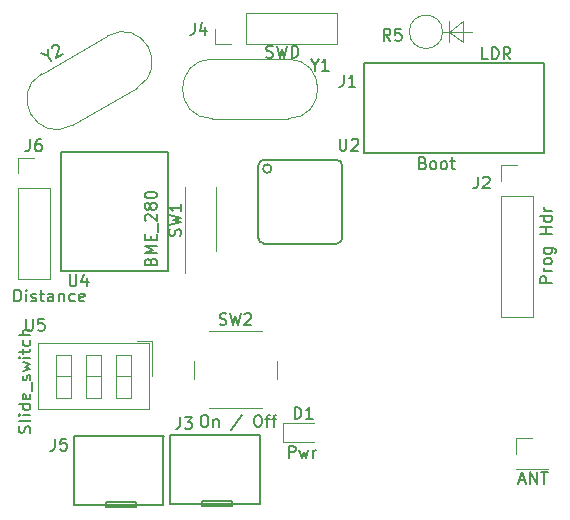
<source format=gto>
G04 #@! TF.GenerationSoftware,KiCad,Pcbnew,5.1.6-c6e7f7d~87~ubuntu18.04.1*
G04 #@! TF.CreationDate,2020-07-19T23:01:31+05:30*
G04 #@! TF.ProjectId,Sensor_pcb_v1,53656e73-6f72-45f7-9063-625f76312e6b,rev?*
G04 #@! TF.SameCoordinates,Original*
G04 #@! TF.FileFunction,Legend,Top*
G04 #@! TF.FilePolarity,Positive*
%FSLAX46Y46*%
G04 Gerber Fmt 4.6, Leading zero omitted, Abs format (unit mm)*
G04 Created by KiCad (PCBNEW 5.1.6-c6e7f7d~87~ubuntu18.04.1) date 2020-07-19 23:01:31*
%MOMM*%
%LPD*%
G01*
G04 APERTURE LIST*
%ADD10C,0.120000*%
%ADD11C,0.150000*%
G04 APERTURE END LIST*
D10*
X65720000Y-57750000D02*
X68380000Y-57750000D01*
X65720000Y-57690000D02*
X65720000Y-57750000D01*
X68380000Y-57690000D02*
X68380000Y-57750000D01*
X65720000Y-57690000D02*
X68380000Y-57690000D01*
X65720000Y-56420000D02*
X65720000Y-55090000D01*
X65720000Y-55090000D02*
X67050000Y-55090000D01*
X23530000Y-41650000D02*
X26190000Y-41650000D01*
X23530000Y-33970000D02*
X23530000Y-41650000D01*
X26190000Y-33970000D02*
X26190000Y-41650000D01*
X23530000Y-33970000D02*
X26190000Y-33970000D01*
X23530000Y-32700000D02*
X23530000Y-31370000D01*
X23530000Y-31370000D02*
X24860000Y-31370000D01*
D11*
X30940000Y-60540000D02*
X30930000Y-60540000D01*
X30940000Y-60920000D02*
X30940000Y-60540000D01*
X33490000Y-60920000D02*
X30940000Y-60920000D01*
X33490000Y-60520000D02*
X33490000Y-60920000D01*
X30960000Y-60520000D02*
X33490000Y-60520000D01*
X28830000Y-60740000D02*
X28330000Y-60740000D01*
X35830000Y-60740000D02*
X28830000Y-60740000D01*
X28330000Y-60740000D02*
X28240000Y-60740000D01*
X35830000Y-60740000D02*
X35830000Y-55740000D01*
X35830000Y-55740000D02*
X35830000Y-54940000D01*
X35830000Y-54940000D02*
X35830000Y-54930000D01*
X28250000Y-60700000D02*
X28250000Y-60710000D01*
X28250000Y-59900000D02*
X28250000Y-60700000D01*
X28250000Y-54900000D02*
X28250000Y-59900000D01*
X35750000Y-54900000D02*
X35840000Y-54900000D01*
X35250000Y-54900000D02*
X35750000Y-54900000D01*
X28250000Y-54900000D02*
X35250000Y-54900000D01*
X39110000Y-60480000D02*
X39100000Y-60480000D01*
X39110000Y-60860000D02*
X39110000Y-60480000D01*
X41660000Y-60860000D02*
X39110000Y-60860000D01*
X41660000Y-60460000D02*
X41660000Y-60860000D01*
X39130000Y-60460000D02*
X41660000Y-60460000D01*
X37000000Y-60680000D02*
X36500000Y-60680000D01*
X44000000Y-60680000D02*
X37000000Y-60680000D01*
X36500000Y-60680000D02*
X36410000Y-60680000D01*
X44000000Y-60680000D02*
X44000000Y-55680000D01*
X44000000Y-55680000D02*
X44000000Y-54880000D01*
X44000000Y-54880000D02*
X44000000Y-54870000D01*
X36420000Y-60640000D02*
X36420000Y-60650000D01*
X36420000Y-59840000D02*
X36420000Y-60640000D01*
X36420000Y-54840000D02*
X36420000Y-59840000D01*
X43920000Y-54840000D02*
X44010000Y-54840000D01*
X43420000Y-54840000D02*
X43920000Y-54840000D01*
X36420000Y-54840000D02*
X43420000Y-54840000D01*
D10*
X45430000Y-50070000D02*
X45430000Y-48570000D01*
X44180000Y-46070000D02*
X39680000Y-46070000D01*
X38430000Y-48570000D02*
X38430000Y-50070000D01*
X39680000Y-52570000D02*
X44180000Y-52570000D01*
X28015000Y-49870000D02*
X26745000Y-49870000D01*
X28015000Y-51680000D02*
X28015000Y-48060000D01*
X26745000Y-51680000D02*
X28015000Y-51680000D01*
X26745000Y-48060000D02*
X26745000Y-51680000D01*
X28015000Y-48060000D02*
X26745000Y-48060000D01*
X30555000Y-49870000D02*
X29285000Y-49870000D01*
X30555000Y-51680000D02*
X30555000Y-48060000D01*
X29285000Y-51680000D02*
X30555000Y-51680000D01*
X29285000Y-48060000D02*
X29285000Y-51680000D01*
X30555000Y-48060000D02*
X29285000Y-48060000D01*
X33095000Y-49870000D02*
X31825000Y-49870000D01*
X33095000Y-51680000D02*
X33095000Y-48060000D01*
X31825000Y-51680000D02*
X33095000Y-51680000D01*
X31825000Y-48060000D02*
X31825000Y-51680000D01*
X33095000Y-48060000D02*
X31825000Y-48060000D01*
X25210000Y-47100000D02*
X34630000Y-47100000D01*
X25210000Y-52640000D02*
X25210000Y-47100000D01*
X34630000Y-52640000D02*
X25210000Y-52640000D01*
X34630000Y-47100000D02*
X34630000Y-52640000D01*
X34830000Y-46900000D02*
X34830000Y-49840000D01*
X34830000Y-46900000D02*
X33560000Y-46900000D01*
X45940000Y-53830000D02*
X45940000Y-55430000D01*
X45940000Y-55430000D02*
X48540000Y-55430000D01*
X45940000Y-53830000D02*
X48540000Y-53830000D01*
D11*
X68030000Y-23350000D02*
X52790000Y-23350000D01*
X52790000Y-23350000D02*
X52790000Y-30970000D01*
X52790000Y-30970000D02*
X68030000Y-30970000D01*
X68030000Y-30970000D02*
X68030000Y-23350000D01*
D10*
X64430000Y-32010000D02*
X65760000Y-32010000D01*
X64430000Y-33340000D02*
X64430000Y-32010000D01*
X64430000Y-34610000D02*
X67090000Y-34610000D01*
X67090000Y-34610000D02*
X67090000Y-44830000D01*
X64430000Y-34610000D02*
X64430000Y-44830000D01*
X64430000Y-44830000D02*
X67090000Y-44830000D01*
X40220000Y-21780000D02*
X40220000Y-20450000D01*
X41550000Y-21780000D02*
X40220000Y-21780000D01*
X42820000Y-21780000D02*
X42820000Y-19120000D01*
X42820000Y-19120000D02*
X50500000Y-19120000D01*
X42820000Y-21780000D02*
X50500000Y-21780000D01*
X50500000Y-21780000D02*
X50500000Y-19120000D01*
X59470000Y-20710000D02*
G75*
G03*
X59470000Y-20710000I-1410000J0D01*
G01*
X61192667Y-21599000D02*
X60007333Y-20710000D01*
X61192667Y-19821000D02*
X61192667Y-21599000D01*
X60007333Y-20710000D02*
X61192667Y-19821000D01*
X60007333Y-19821000D02*
X60007333Y-21599000D01*
X59470000Y-20710000D02*
X61940000Y-20710000D01*
X37630000Y-41170000D02*
X37630000Y-33860000D01*
X40290000Y-39260000D02*
X40290000Y-33860000D01*
D11*
X44983210Y-32294000D02*
G75*
G03*
X44983210Y-32294000I-359210J0D01*
G01*
X50466000Y-31532000D02*
X44370000Y-31532000D01*
X50974000Y-38136000D02*
X50974000Y-32040000D01*
X44370000Y-38644000D02*
X50466000Y-38644000D01*
X43862000Y-32040000D02*
X43862000Y-38136000D01*
X50466000Y-38644000D02*
G75*
G03*
X50974000Y-38136000I0J508000D01*
G01*
X43862000Y-38136000D02*
G75*
G03*
X44370000Y-38644000I508000J0D01*
G01*
X50974000Y-32040000D02*
G75*
G03*
X50466000Y-31532000I-508000J0D01*
G01*
X44370000Y-31532000D02*
G75*
G03*
X43862000Y-32040000I0J-508000D01*
G01*
X35180000Y-30920000D02*
X27180000Y-30920000D01*
X27180000Y-30920000D02*
X27180000Y-40920000D01*
X27180000Y-40920000D02*
X35180000Y-40920000D01*
X35180000Y-40920000D02*
X36180000Y-40920000D01*
X36180000Y-40920000D02*
X36180000Y-30920000D01*
X36180000Y-30920000D02*
X35180000Y-30920000D01*
D10*
X46370000Y-23015000D02*
X39970000Y-23015000D01*
X46370000Y-28065000D02*
X39970000Y-28065000D01*
X39970000Y-23015000D02*
G75*
G03*
X39970000Y-28065000I0J-2525000D01*
G01*
X46370000Y-23015000D02*
G75*
G02*
X46370000Y-28065000I0J-2525000D01*
G01*
X25539321Y-24253286D02*
X31081883Y-21053286D01*
X28064321Y-28626714D02*
X33606883Y-25426714D01*
X28064321Y-28626714D02*
G75*
G02*
X25539321Y-24253286I-1262500J2186714D01*
G01*
X33606883Y-25426714D02*
G75*
G03*
X31081883Y-21053286I-1262500J2186714D01*
G01*
D11*
X65977142Y-58676666D02*
X66453333Y-58676666D01*
X65881904Y-58962380D02*
X66215238Y-57962380D01*
X66548571Y-58962380D01*
X66881904Y-58962380D02*
X66881904Y-57962380D01*
X67453333Y-58962380D01*
X67453333Y-57962380D01*
X67786666Y-57962380D02*
X68358095Y-57962380D01*
X68072380Y-58962380D02*
X68072380Y-57962380D01*
X24526666Y-29822380D02*
X24526666Y-30536666D01*
X24479047Y-30679523D01*
X24383809Y-30774761D01*
X24240952Y-30822380D01*
X24145714Y-30822380D01*
X25431428Y-29822380D02*
X25240952Y-29822380D01*
X25145714Y-29870000D01*
X25098095Y-29917619D01*
X25002857Y-30060476D01*
X24955238Y-30250952D01*
X24955238Y-30631904D01*
X25002857Y-30727142D01*
X25050476Y-30774761D01*
X25145714Y-30822380D01*
X25336190Y-30822380D01*
X25431428Y-30774761D01*
X25479047Y-30727142D01*
X25526666Y-30631904D01*
X25526666Y-30393809D01*
X25479047Y-30298571D01*
X25431428Y-30250952D01*
X25336190Y-30203333D01*
X25145714Y-30203333D01*
X25050476Y-30250952D01*
X25002857Y-30298571D01*
X24955238Y-30393809D01*
X23217619Y-43542380D02*
X23217619Y-42542380D01*
X23455714Y-42542380D01*
X23598571Y-42590000D01*
X23693809Y-42685238D01*
X23741428Y-42780476D01*
X23789047Y-42970952D01*
X23789047Y-43113809D01*
X23741428Y-43304285D01*
X23693809Y-43399523D01*
X23598571Y-43494761D01*
X23455714Y-43542380D01*
X23217619Y-43542380D01*
X24217619Y-43542380D02*
X24217619Y-42875714D01*
X24217619Y-42542380D02*
X24170000Y-42590000D01*
X24217619Y-42637619D01*
X24265238Y-42590000D01*
X24217619Y-42542380D01*
X24217619Y-42637619D01*
X24646190Y-43494761D02*
X24741428Y-43542380D01*
X24931904Y-43542380D01*
X25027142Y-43494761D01*
X25074761Y-43399523D01*
X25074761Y-43351904D01*
X25027142Y-43256666D01*
X24931904Y-43209047D01*
X24789047Y-43209047D01*
X24693809Y-43161428D01*
X24646190Y-43066190D01*
X24646190Y-43018571D01*
X24693809Y-42923333D01*
X24789047Y-42875714D01*
X24931904Y-42875714D01*
X25027142Y-42923333D01*
X25360476Y-42875714D02*
X25741428Y-42875714D01*
X25503333Y-42542380D02*
X25503333Y-43399523D01*
X25550952Y-43494761D01*
X25646190Y-43542380D01*
X25741428Y-43542380D01*
X26503333Y-43542380D02*
X26503333Y-43018571D01*
X26455714Y-42923333D01*
X26360476Y-42875714D01*
X26170000Y-42875714D01*
X26074761Y-42923333D01*
X26503333Y-43494761D02*
X26408095Y-43542380D01*
X26170000Y-43542380D01*
X26074761Y-43494761D01*
X26027142Y-43399523D01*
X26027142Y-43304285D01*
X26074761Y-43209047D01*
X26170000Y-43161428D01*
X26408095Y-43161428D01*
X26503333Y-43113809D01*
X26979523Y-42875714D02*
X26979523Y-43542380D01*
X26979523Y-42970952D02*
X27027142Y-42923333D01*
X27122380Y-42875714D01*
X27265238Y-42875714D01*
X27360476Y-42923333D01*
X27408095Y-43018571D01*
X27408095Y-43542380D01*
X28312857Y-43494761D02*
X28217619Y-43542380D01*
X28027142Y-43542380D01*
X27931904Y-43494761D01*
X27884285Y-43447142D01*
X27836666Y-43351904D01*
X27836666Y-43066190D01*
X27884285Y-42970952D01*
X27931904Y-42923333D01*
X28027142Y-42875714D01*
X28217619Y-42875714D01*
X28312857Y-42923333D01*
X29122380Y-43494761D02*
X29027142Y-43542380D01*
X28836666Y-43542380D01*
X28741428Y-43494761D01*
X28693809Y-43399523D01*
X28693809Y-43018571D01*
X28741428Y-42923333D01*
X28836666Y-42875714D01*
X29027142Y-42875714D01*
X29122380Y-42923333D01*
X29170000Y-43018571D01*
X29170000Y-43113809D01*
X28693809Y-43209047D01*
X26646666Y-55162380D02*
X26646666Y-55876666D01*
X26599047Y-56019523D01*
X26503809Y-56114761D01*
X26360952Y-56162380D01*
X26265714Y-56162380D01*
X27599047Y-55162380D02*
X27122857Y-55162380D01*
X27075238Y-55638571D01*
X27122857Y-55590952D01*
X27218095Y-55543333D01*
X27456190Y-55543333D01*
X27551428Y-55590952D01*
X27599047Y-55638571D01*
X27646666Y-55733809D01*
X27646666Y-55971904D01*
X27599047Y-56067142D01*
X27551428Y-56114761D01*
X27456190Y-56162380D01*
X27218095Y-56162380D01*
X27122857Y-56114761D01*
X27075238Y-56067142D01*
X37236666Y-53342380D02*
X37236666Y-54056666D01*
X37189047Y-54199523D01*
X37093809Y-54294761D01*
X36950952Y-54342380D01*
X36855714Y-54342380D01*
X37617619Y-53342380D02*
X38236666Y-53342380D01*
X37903333Y-53723333D01*
X38046190Y-53723333D01*
X38141428Y-53770952D01*
X38189047Y-53818571D01*
X38236666Y-53913809D01*
X38236666Y-54151904D01*
X38189047Y-54247142D01*
X38141428Y-54294761D01*
X38046190Y-54342380D01*
X37760476Y-54342380D01*
X37665238Y-54294761D01*
X37617619Y-54247142D01*
X40596666Y-45474761D02*
X40739523Y-45522380D01*
X40977619Y-45522380D01*
X41072857Y-45474761D01*
X41120476Y-45427142D01*
X41168095Y-45331904D01*
X41168095Y-45236666D01*
X41120476Y-45141428D01*
X41072857Y-45093809D01*
X40977619Y-45046190D01*
X40787142Y-44998571D01*
X40691904Y-44950952D01*
X40644285Y-44903333D01*
X40596666Y-44808095D01*
X40596666Y-44712857D01*
X40644285Y-44617619D01*
X40691904Y-44570000D01*
X40787142Y-44522380D01*
X41025238Y-44522380D01*
X41168095Y-44570000D01*
X41501428Y-44522380D02*
X41739523Y-45522380D01*
X41930000Y-44808095D01*
X42120476Y-45522380D01*
X42358571Y-44522380D01*
X42691904Y-44617619D02*
X42739523Y-44570000D01*
X42834761Y-44522380D01*
X43072857Y-44522380D01*
X43168095Y-44570000D01*
X43215714Y-44617619D01*
X43263333Y-44712857D01*
X43263333Y-44808095D01*
X43215714Y-44950952D01*
X42644285Y-45522380D01*
X43263333Y-45522380D01*
X39211428Y-53172380D02*
X39401904Y-53172380D01*
X39497142Y-53220000D01*
X39592380Y-53315238D01*
X39640000Y-53505714D01*
X39640000Y-53839047D01*
X39592380Y-54029523D01*
X39497142Y-54124761D01*
X39401904Y-54172380D01*
X39211428Y-54172380D01*
X39116190Y-54124761D01*
X39020952Y-54029523D01*
X38973333Y-53839047D01*
X38973333Y-53505714D01*
X39020952Y-53315238D01*
X39116190Y-53220000D01*
X39211428Y-53172380D01*
X40068571Y-53505714D02*
X40068571Y-54172380D01*
X40068571Y-53600952D02*
X40116190Y-53553333D01*
X40211428Y-53505714D01*
X40354285Y-53505714D01*
X40449523Y-53553333D01*
X40497142Y-53648571D01*
X40497142Y-54172380D01*
X42449523Y-53124761D02*
X41592380Y-54410476D01*
X43735238Y-53172380D02*
X43925714Y-53172380D01*
X44020952Y-53220000D01*
X44116190Y-53315238D01*
X44163809Y-53505714D01*
X44163809Y-53839047D01*
X44116190Y-54029523D01*
X44020952Y-54124761D01*
X43925714Y-54172380D01*
X43735238Y-54172380D01*
X43640000Y-54124761D01*
X43544761Y-54029523D01*
X43497142Y-53839047D01*
X43497142Y-53505714D01*
X43544761Y-53315238D01*
X43640000Y-53220000D01*
X43735238Y-53172380D01*
X44449523Y-53505714D02*
X44830476Y-53505714D01*
X44592380Y-54172380D02*
X44592380Y-53315238D01*
X44640000Y-53220000D01*
X44735238Y-53172380D01*
X44830476Y-53172380D01*
X45020952Y-53505714D02*
X45401904Y-53505714D01*
X45163809Y-54172380D02*
X45163809Y-53315238D01*
X45211428Y-53220000D01*
X45306666Y-53172380D01*
X45401904Y-53172380D01*
X24198095Y-45012380D02*
X24198095Y-45821904D01*
X24245714Y-45917142D01*
X24293333Y-45964761D01*
X24388571Y-46012380D01*
X24579047Y-46012380D01*
X24674285Y-45964761D01*
X24721904Y-45917142D01*
X24769523Y-45821904D01*
X24769523Y-45012380D01*
X25721904Y-45012380D02*
X25245714Y-45012380D01*
X25198095Y-45488571D01*
X25245714Y-45440952D01*
X25340952Y-45393333D01*
X25579047Y-45393333D01*
X25674285Y-45440952D01*
X25721904Y-45488571D01*
X25769523Y-45583809D01*
X25769523Y-45821904D01*
X25721904Y-45917142D01*
X25674285Y-45964761D01*
X25579047Y-46012380D01*
X25340952Y-46012380D01*
X25245714Y-45964761D01*
X25198095Y-45917142D01*
X24524761Y-54680952D02*
X24572380Y-54538095D01*
X24572380Y-54300000D01*
X24524761Y-54204761D01*
X24477142Y-54157142D01*
X24381904Y-54109523D01*
X24286666Y-54109523D01*
X24191428Y-54157142D01*
X24143809Y-54204761D01*
X24096190Y-54300000D01*
X24048571Y-54490476D01*
X24000952Y-54585714D01*
X23953333Y-54633333D01*
X23858095Y-54680952D01*
X23762857Y-54680952D01*
X23667619Y-54633333D01*
X23620000Y-54585714D01*
X23572380Y-54490476D01*
X23572380Y-54252380D01*
X23620000Y-54109523D01*
X24572380Y-53538095D02*
X24524761Y-53633333D01*
X24429523Y-53680952D01*
X23572380Y-53680952D01*
X24572380Y-53157142D02*
X23905714Y-53157142D01*
X23572380Y-53157142D02*
X23620000Y-53204761D01*
X23667619Y-53157142D01*
X23620000Y-53109523D01*
X23572380Y-53157142D01*
X23667619Y-53157142D01*
X24572380Y-52252380D02*
X23572380Y-52252380D01*
X24524761Y-52252380D02*
X24572380Y-52347619D01*
X24572380Y-52538095D01*
X24524761Y-52633333D01*
X24477142Y-52680952D01*
X24381904Y-52728571D01*
X24096190Y-52728571D01*
X24000952Y-52680952D01*
X23953333Y-52633333D01*
X23905714Y-52538095D01*
X23905714Y-52347619D01*
X23953333Y-52252380D01*
X24524761Y-51395238D02*
X24572380Y-51490476D01*
X24572380Y-51680952D01*
X24524761Y-51776190D01*
X24429523Y-51823809D01*
X24048571Y-51823809D01*
X23953333Y-51776190D01*
X23905714Y-51680952D01*
X23905714Y-51490476D01*
X23953333Y-51395238D01*
X24048571Y-51347619D01*
X24143809Y-51347619D01*
X24239047Y-51823809D01*
X24667619Y-51157142D02*
X24667619Y-50395238D01*
X24524761Y-50204761D02*
X24572380Y-50109523D01*
X24572380Y-49919047D01*
X24524761Y-49823809D01*
X24429523Y-49776190D01*
X24381904Y-49776190D01*
X24286666Y-49823809D01*
X24239047Y-49919047D01*
X24239047Y-50061904D01*
X24191428Y-50157142D01*
X24096190Y-50204761D01*
X24048571Y-50204761D01*
X23953333Y-50157142D01*
X23905714Y-50061904D01*
X23905714Y-49919047D01*
X23953333Y-49823809D01*
X23905714Y-49442857D02*
X24572380Y-49252380D01*
X24096190Y-49061904D01*
X24572380Y-48871428D01*
X23905714Y-48680952D01*
X24572380Y-48300000D02*
X23905714Y-48300000D01*
X23572380Y-48300000D02*
X23620000Y-48347619D01*
X23667619Y-48300000D01*
X23620000Y-48252380D01*
X23572380Y-48300000D01*
X23667619Y-48300000D01*
X23905714Y-47966666D02*
X23905714Y-47585714D01*
X23572380Y-47823809D02*
X24429523Y-47823809D01*
X24524761Y-47776190D01*
X24572380Y-47680952D01*
X24572380Y-47585714D01*
X24524761Y-46823809D02*
X24572380Y-46919047D01*
X24572380Y-47109523D01*
X24524761Y-47204761D01*
X24477142Y-47252380D01*
X24381904Y-47300000D01*
X24096190Y-47300000D01*
X24000952Y-47252380D01*
X23953333Y-47204761D01*
X23905714Y-47109523D01*
X23905714Y-46919047D01*
X23953333Y-46823809D01*
X24572380Y-46395238D02*
X23572380Y-46395238D01*
X24572380Y-45966666D02*
X24048571Y-45966666D01*
X23953333Y-46014285D01*
X23905714Y-46109523D01*
X23905714Y-46252380D01*
X23953333Y-46347619D01*
X24000952Y-46395238D01*
X46941904Y-53482380D02*
X46941904Y-52482380D01*
X47180000Y-52482380D01*
X47322857Y-52530000D01*
X47418095Y-52625238D01*
X47465714Y-52720476D01*
X47513333Y-52910952D01*
X47513333Y-53053809D01*
X47465714Y-53244285D01*
X47418095Y-53339523D01*
X47322857Y-53434761D01*
X47180000Y-53482380D01*
X46941904Y-53482380D01*
X48465714Y-53482380D02*
X47894285Y-53482380D01*
X48180000Y-53482380D02*
X48180000Y-52482380D01*
X48084761Y-52625238D01*
X47989523Y-52720476D01*
X47894285Y-52768095D01*
X46444761Y-56782380D02*
X46444761Y-55782380D01*
X46825714Y-55782380D01*
X46920952Y-55830000D01*
X46968571Y-55877619D01*
X47016190Y-55972857D01*
X47016190Y-56115714D01*
X46968571Y-56210952D01*
X46920952Y-56258571D01*
X46825714Y-56306190D01*
X46444761Y-56306190D01*
X47349523Y-56115714D02*
X47540000Y-56782380D01*
X47730476Y-56306190D01*
X47920952Y-56782380D01*
X48111428Y-56115714D01*
X48492380Y-56782380D02*
X48492380Y-56115714D01*
X48492380Y-56306190D02*
X48540000Y-56210952D01*
X48587619Y-56163333D01*
X48682857Y-56115714D01*
X48778095Y-56115714D01*
X51076666Y-24342380D02*
X51076666Y-25056666D01*
X51029047Y-25199523D01*
X50933809Y-25294761D01*
X50790952Y-25342380D01*
X50695714Y-25342380D01*
X52076666Y-25342380D02*
X51505238Y-25342380D01*
X51790952Y-25342380D02*
X51790952Y-24342380D01*
X51695714Y-24485238D01*
X51600476Y-24580476D01*
X51505238Y-24628095D01*
X57790952Y-31818571D02*
X57933809Y-31866190D01*
X57981428Y-31913809D01*
X58029047Y-32009047D01*
X58029047Y-32151904D01*
X57981428Y-32247142D01*
X57933809Y-32294761D01*
X57838571Y-32342380D01*
X57457619Y-32342380D01*
X57457619Y-31342380D01*
X57790952Y-31342380D01*
X57886190Y-31390000D01*
X57933809Y-31437619D01*
X57981428Y-31532857D01*
X57981428Y-31628095D01*
X57933809Y-31723333D01*
X57886190Y-31770952D01*
X57790952Y-31818571D01*
X57457619Y-31818571D01*
X58600476Y-32342380D02*
X58505238Y-32294761D01*
X58457619Y-32247142D01*
X58410000Y-32151904D01*
X58410000Y-31866190D01*
X58457619Y-31770952D01*
X58505238Y-31723333D01*
X58600476Y-31675714D01*
X58743333Y-31675714D01*
X58838571Y-31723333D01*
X58886190Y-31770952D01*
X58933809Y-31866190D01*
X58933809Y-32151904D01*
X58886190Y-32247142D01*
X58838571Y-32294761D01*
X58743333Y-32342380D01*
X58600476Y-32342380D01*
X59505238Y-32342380D02*
X59410000Y-32294761D01*
X59362380Y-32247142D01*
X59314761Y-32151904D01*
X59314761Y-31866190D01*
X59362380Y-31770952D01*
X59410000Y-31723333D01*
X59505238Y-31675714D01*
X59648095Y-31675714D01*
X59743333Y-31723333D01*
X59790952Y-31770952D01*
X59838571Y-31866190D01*
X59838571Y-32151904D01*
X59790952Y-32247142D01*
X59743333Y-32294761D01*
X59648095Y-32342380D01*
X59505238Y-32342380D01*
X60124285Y-31675714D02*
X60505238Y-31675714D01*
X60267142Y-31342380D02*
X60267142Y-32199523D01*
X60314761Y-32294761D01*
X60409999Y-32342380D01*
X60505238Y-32342380D01*
X62446666Y-32972380D02*
X62446666Y-33686666D01*
X62399047Y-33829523D01*
X62303809Y-33924761D01*
X62160952Y-33972380D01*
X62065714Y-33972380D01*
X62875238Y-33067619D02*
X62922857Y-33020000D01*
X63018095Y-32972380D01*
X63256190Y-32972380D01*
X63351428Y-33020000D01*
X63399047Y-33067619D01*
X63446666Y-33162857D01*
X63446666Y-33258095D01*
X63399047Y-33400952D01*
X62827619Y-33972380D01*
X63446666Y-33972380D01*
X68712380Y-41982857D02*
X67712380Y-41982857D01*
X67712380Y-41601904D01*
X67760000Y-41506666D01*
X67807619Y-41459047D01*
X67902857Y-41411428D01*
X68045714Y-41411428D01*
X68140952Y-41459047D01*
X68188571Y-41506666D01*
X68236190Y-41601904D01*
X68236190Y-41982857D01*
X68712380Y-40982857D02*
X68045714Y-40982857D01*
X68236190Y-40982857D02*
X68140952Y-40935238D01*
X68093333Y-40887619D01*
X68045714Y-40792380D01*
X68045714Y-40697142D01*
X68712380Y-40220952D02*
X68664761Y-40316190D01*
X68617142Y-40363809D01*
X68521904Y-40411428D01*
X68236190Y-40411428D01*
X68140952Y-40363809D01*
X68093333Y-40316190D01*
X68045714Y-40220952D01*
X68045714Y-40078095D01*
X68093333Y-39982857D01*
X68140952Y-39935238D01*
X68236190Y-39887619D01*
X68521904Y-39887619D01*
X68617142Y-39935238D01*
X68664761Y-39982857D01*
X68712380Y-40078095D01*
X68712380Y-40220952D01*
X68045714Y-39030476D02*
X68855238Y-39030476D01*
X68950476Y-39078095D01*
X68998095Y-39125714D01*
X69045714Y-39220952D01*
X69045714Y-39363809D01*
X68998095Y-39459047D01*
X68664761Y-39030476D02*
X68712380Y-39125714D01*
X68712380Y-39316190D01*
X68664761Y-39411428D01*
X68617142Y-39459047D01*
X68521904Y-39506666D01*
X68236190Y-39506666D01*
X68140952Y-39459047D01*
X68093333Y-39411428D01*
X68045714Y-39316190D01*
X68045714Y-39125714D01*
X68093333Y-39030476D01*
X68712380Y-37792380D02*
X67712380Y-37792380D01*
X68188571Y-37792380D02*
X68188571Y-37220952D01*
X68712380Y-37220952D02*
X67712380Y-37220952D01*
X68712380Y-36316190D02*
X67712380Y-36316190D01*
X68664761Y-36316190D02*
X68712380Y-36411428D01*
X68712380Y-36601904D01*
X68664761Y-36697142D01*
X68617142Y-36744761D01*
X68521904Y-36792380D01*
X68236190Y-36792380D01*
X68140952Y-36744761D01*
X68093333Y-36697142D01*
X68045714Y-36601904D01*
X68045714Y-36411428D01*
X68093333Y-36316190D01*
X68712380Y-35840000D02*
X68045714Y-35840000D01*
X68236190Y-35840000D02*
X68140952Y-35792380D01*
X68093333Y-35744761D01*
X68045714Y-35649523D01*
X68045714Y-35554285D01*
X38466666Y-19962380D02*
X38466666Y-20676666D01*
X38419047Y-20819523D01*
X38323809Y-20914761D01*
X38180952Y-20962380D01*
X38085714Y-20962380D01*
X39371428Y-20295714D02*
X39371428Y-20962380D01*
X39133333Y-19914761D02*
X38895238Y-20629047D01*
X39514285Y-20629047D01*
X44542857Y-22844761D02*
X44685714Y-22892380D01*
X44923809Y-22892380D01*
X45019047Y-22844761D01*
X45066666Y-22797142D01*
X45114285Y-22701904D01*
X45114285Y-22606666D01*
X45066666Y-22511428D01*
X45019047Y-22463809D01*
X44923809Y-22416190D01*
X44733333Y-22368571D01*
X44638095Y-22320952D01*
X44590476Y-22273333D01*
X44542857Y-22178095D01*
X44542857Y-22082857D01*
X44590476Y-21987619D01*
X44638095Y-21940000D01*
X44733333Y-21892380D01*
X44971428Y-21892380D01*
X45114285Y-21940000D01*
X45447619Y-21892380D02*
X45685714Y-22892380D01*
X45876190Y-22178095D01*
X46066666Y-22892380D01*
X46304761Y-21892380D01*
X46685714Y-22892380D02*
X46685714Y-21892380D01*
X46923809Y-21892380D01*
X47066666Y-21940000D01*
X47161904Y-22035238D01*
X47209523Y-22130476D01*
X47257142Y-22320952D01*
X47257142Y-22463809D01*
X47209523Y-22654285D01*
X47161904Y-22749523D01*
X47066666Y-22844761D01*
X46923809Y-22892380D01*
X46685714Y-22892380D01*
X55043333Y-21462380D02*
X54710000Y-20986190D01*
X54471904Y-21462380D02*
X54471904Y-20462380D01*
X54852857Y-20462380D01*
X54948095Y-20510000D01*
X54995714Y-20557619D01*
X55043333Y-20652857D01*
X55043333Y-20795714D01*
X54995714Y-20890952D01*
X54948095Y-20938571D01*
X54852857Y-20986190D01*
X54471904Y-20986190D01*
X55948095Y-20462380D02*
X55471904Y-20462380D01*
X55424285Y-20938571D01*
X55471904Y-20890952D01*
X55567142Y-20843333D01*
X55805238Y-20843333D01*
X55900476Y-20890952D01*
X55948095Y-20938571D01*
X55995714Y-21033809D01*
X55995714Y-21271904D01*
X55948095Y-21367142D01*
X55900476Y-21414761D01*
X55805238Y-21462380D01*
X55567142Y-21462380D01*
X55471904Y-21414761D01*
X55424285Y-21367142D01*
X63299523Y-23032380D02*
X62823333Y-23032380D01*
X62823333Y-22032380D01*
X63632857Y-23032380D02*
X63632857Y-22032380D01*
X63870952Y-22032380D01*
X64013809Y-22080000D01*
X64109047Y-22175238D01*
X64156666Y-22270476D01*
X64204285Y-22460952D01*
X64204285Y-22603809D01*
X64156666Y-22794285D01*
X64109047Y-22889523D01*
X64013809Y-22984761D01*
X63870952Y-23032380D01*
X63632857Y-23032380D01*
X65204285Y-23032380D02*
X64870952Y-22556190D01*
X64632857Y-23032380D02*
X64632857Y-22032380D01*
X65013809Y-22032380D01*
X65109047Y-22080000D01*
X65156666Y-22127619D01*
X65204285Y-22222857D01*
X65204285Y-22365714D01*
X65156666Y-22460952D01*
X65109047Y-22508571D01*
X65013809Y-22556190D01*
X64632857Y-22556190D01*
X37274761Y-37993333D02*
X37322380Y-37850476D01*
X37322380Y-37612380D01*
X37274761Y-37517142D01*
X37227142Y-37469523D01*
X37131904Y-37421904D01*
X37036666Y-37421904D01*
X36941428Y-37469523D01*
X36893809Y-37517142D01*
X36846190Y-37612380D01*
X36798571Y-37802857D01*
X36750952Y-37898095D01*
X36703333Y-37945714D01*
X36608095Y-37993333D01*
X36512857Y-37993333D01*
X36417619Y-37945714D01*
X36370000Y-37898095D01*
X36322380Y-37802857D01*
X36322380Y-37564761D01*
X36370000Y-37421904D01*
X36322380Y-37088571D02*
X37322380Y-36850476D01*
X36608095Y-36660000D01*
X37322380Y-36469523D01*
X36322380Y-36231428D01*
X37322380Y-35326666D02*
X37322380Y-35898095D01*
X37322380Y-35612380D02*
X36322380Y-35612380D01*
X36465238Y-35707619D01*
X36560476Y-35802857D01*
X36608095Y-35898095D01*
X50758095Y-29762380D02*
X50758095Y-30571904D01*
X50805714Y-30667142D01*
X50853333Y-30714761D01*
X50948571Y-30762380D01*
X51139047Y-30762380D01*
X51234285Y-30714761D01*
X51281904Y-30667142D01*
X51329523Y-30571904D01*
X51329523Y-29762380D01*
X51758095Y-29857619D02*
X51805714Y-29810000D01*
X51900952Y-29762380D01*
X52139047Y-29762380D01*
X52234285Y-29810000D01*
X52281904Y-29857619D01*
X52329523Y-29952857D01*
X52329523Y-30048095D01*
X52281904Y-30190952D01*
X51710476Y-30762380D01*
X52329523Y-30762380D01*
X27878095Y-41242380D02*
X27878095Y-42051904D01*
X27925714Y-42147142D01*
X27973333Y-42194761D01*
X28068571Y-42242380D01*
X28259047Y-42242380D01*
X28354285Y-42194761D01*
X28401904Y-42147142D01*
X28449523Y-42051904D01*
X28449523Y-41242380D01*
X29354285Y-41575714D02*
X29354285Y-42242380D01*
X29116190Y-41194761D02*
X28878095Y-41909047D01*
X29497142Y-41909047D01*
X34738571Y-40141904D02*
X34786190Y-39999047D01*
X34833809Y-39951428D01*
X34929047Y-39903809D01*
X35071904Y-39903809D01*
X35167142Y-39951428D01*
X35214761Y-39999047D01*
X35262380Y-40094285D01*
X35262380Y-40475238D01*
X34262380Y-40475238D01*
X34262380Y-40141904D01*
X34310000Y-40046666D01*
X34357619Y-39999047D01*
X34452857Y-39951428D01*
X34548095Y-39951428D01*
X34643333Y-39999047D01*
X34690952Y-40046666D01*
X34738571Y-40141904D01*
X34738571Y-40475238D01*
X35262380Y-39475238D02*
X34262380Y-39475238D01*
X34976666Y-39141904D01*
X34262380Y-38808571D01*
X35262380Y-38808571D01*
X34738571Y-38332380D02*
X34738571Y-37999047D01*
X35262380Y-37856190D02*
X35262380Y-38332380D01*
X34262380Y-38332380D01*
X34262380Y-37856190D01*
X35357619Y-37665714D02*
X35357619Y-36903809D01*
X34357619Y-36713333D02*
X34310000Y-36665714D01*
X34262380Y-36570476D01*
X34262380Y-36332380D01*
X34310000Y-36237142D01*
X34357619Y-36189523D01*
X34452857Y-36141904D01*
X34548095Y-36141904D01*
X34690952Y-36189523D01*
X35262380Y-36760952D01*
X35262380Y-36141904D01*
X34690952Y-35570476D02*
X34643333Y-35665714D01*
X34595714Y-35713333D01*
X34500476Y-35760952D01*
X34452857Y-35760952D01*
X34357619Y-35713333D01*
X34310000Y-35665714D01*
X34262380Y-35570476D01*
X34262380Y-35380000D01*
X34310000Y-35284761D01*
X34357619Y-35237142D01*
X34452857Y-35189523D01*
X34500476Y-35189523D01*
X34595714Y-35237142D01*
X34643333Y-35284761D01*
X34690952Y-35380000D01*
X34690952Y-35570476D01*
X34738571Y-35665714D01*
X34786190Y-35713333D01*
X34881428Y-35760952D01*
X35071904Y-35760952D01*
X35167142Y-35713333D01*
X35214761Y-35665714D01*
X35262380Y-35570476D01*
X35262380Y-35380000D01*
X35214761Y-35284761D01*
X35167142Y-35237142D01*
X35071904Y-35189523D01*
X34881428Y-35189523D01*
X34786190Y-35237142D01*
X34738571Y-35284761D01*
X34690952Y-35380000D01*
X34262380Y-34570476D02*
X34262380Y-34475238D01*
X34310000Y-34380000D01*
X34357619Y-34332380D01*
X34452857Y-34284761D01*
X34643333Y-34237142D01*
X34881428Y-34237142D01*
X35071904Y-34284761D01*
X35167142Y-34332380D01*
X35214761Y-34380000D01*
X35262380Y-34475238D01*
X35262380Y-34570476D01*
X35214761Y-34665714D01*
X35167142Y-34713333D01*
X35071904Y-34760952D01*
X34881428Y-34808571D01*
X34643333Y-34808571D01*
X34452857Y-34760952D01*
X34357619Y-34713333D01*
X34310000Y-34665714D01*
X34262380Y-34570476D01*
X48633809Y-23516190D02*
X48633809Y-23992380D01*
X48300476Y-22992380D02*
X48633809Y-23516190D01*
X48967142Y-22992380D01*
X49824285Y-23992380D02*
X49252857Y-23992380D01*
X49538571Y-23992380D02*
X49538571Y-22992380D01*
X49443333Y-23135238D01*
X49348095Y-23230476D01*
X49252857Y-23278095D01*
X26035702Y-22777475D02*
X26273797Y-23189868D01*
X25485122Y-22490509D02*
X26035702Y-22777475D01*
X26062472Y-22157176D01*
X26357527Y-22096798D02*
X26374957Y-22031749D01*
X26433626Y-21942890D01*
X26639822Y-21823843D01*
X26746110Y-21817463D01*
X26811159Y-21834893D01*
X26900018Y-21893562D01*
X26947637Y-21976040D01*
X26977826Y-22123568D01*
X26768669Y-22904154D01*
X27304780Y-22594630D01*
M02*

</source>
